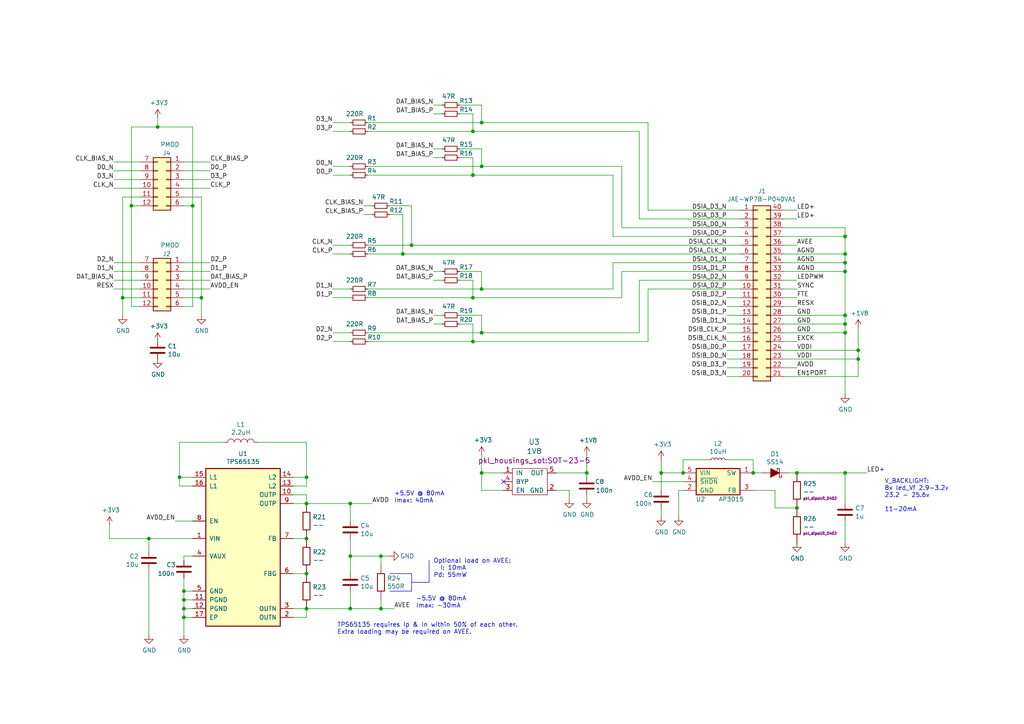
<source format=kicad_sch>
(kicad_sch (version 20230121) (generator eeschema)
  (paper "A4")
  (title_block (title "iCEBreaker PMOD - MIPI 1440x1440 display") (date "2018-11-04") (rev "V1.0a") (company "GsD") (comment 1 "2018 (C) Greg Davill<greg.davill@gmail.com>") (comment 3 "License: CC-BY-SA 4.0"))
  (lib_symbols
    (symbol "Connector_Generic:Conn_02x06_Top_Bottom" (pin_names (offset 1.016) hide)
      (property "Reference" "J" (at 1.27 7.62 0))
      (property "Value" "Conn_02x06_Top_Bottom" (at 1.27 -10.16 0))
      (symbol "Conn_02x06_Top_Bottom_1_1"
        (rectangle (start -1.27 -7.493) (end 0 -7.747) (stroke (width 0.1524)))
        (rectangle (start -1.27 -4.953) (end 0 -5.207) (stroke (width 0.1524)))
        (rectangle (start -1.27 -2.413) (end 0 -2.667) (stroke (width 0.1524)))
        (rectangle (start -1.27 0.127) (end 0 -0.127) (stroke (width 0.1524)))
        (rectangle (start -1.27 2.667) (end 0 2.413) (stroke (width 0.1524)))
        (rectangle (start -1.27 5.207) (end 0 4.953) (stroke (width 0.1524)))
        (rectangle (start -1.27 6.35) (end 3.81 -8.89) (stroke (width 0.254)) (fill (type background)))
        (rectangle (start 3.81 -7.493) (end 2.54 -7.747) (stroke (width 0.1524)))
        (rectangle (start 3.81 -4.953) (end 2.54 -5.207) (stroke (width 0.1524)))
        (rectangle (start 3.81 -2.413) (end 2.54 -2.667) (stroke (width 0.1524)))
        (rectangle (start 3.81 0.127) (end 2.54 -0.127) (stroke (width 0.1524)))
        (rectangle (start 3.81 2.667) (end 2.54 2.413) (stroke (width 0.1524)))
        (rectangle (start 3.81 5.207) (end 2.54 4.953) (stroke (width 0.1524)))
        (pin passive line (at -5.08 5.08 0) (length 3.81) (name "Pin_1") (number "1"))
        (pin passive line (at 7.62 -2.54 180) (length 3.81) (name "Pin_10") (number "10"))
        (pin passive line (at 7.62 -5.08 180) (length 3.81) (name "Pin_11") (number "11"))
        (pin passive line (at 7.62 -7.62 180) (length 3.81) (name "Pin_12") (number "12"))
        (pin passive line (at -5.08 2.54 0) (length 3.81) (name "Pin_2") (number "2"))
        (pin passive line (at -5.08 0 0) (length 3.81) (name "Pin_3") (number "3"))
        (pin passive line (at -5.08 -2.54 0) (length 3.81) (name "Pin_4") (number "4"))
        (pin passive line (at -5.08 -5.08 0) (length 3.81) (name "Pin_5") (number "5"))
        (pin passive line (at -5.08 -7.62 0) (length 3.81) (name "Pin_6") (number "6"))
        (pin passive line (at 7.62 5.08 180) (length 3.81) (name "Pin_7") (number "7"))
        (pin passive line (at 7.62 2.54 180) (length 3.81) (name "Pin_8") (number "8"))
        (pin passive line (at 7.62 0 180) (length 3.81) (name "Pin_9") (number "9"))
      )
    )
    (symbol "mipi-display-1440x1440-rescue:AP3015-pkl_misc" (pin_names (offset 1.016))
      (property "Reference" "U" (at 0 7.62 0))
      (property "Value" "pkl_misc:AP3015" (at 0 5.08 0))
      (symbol "AP3015-pkl_misc_0_1"
        (rectangle (start -6.35 3.81) (end 6.35 -3.81) (stroke (width 0.3302)) (fill (type background)))
      )
      (symbol "AP3015-pkl_misc_1_1"
        (pin input line (at 10.16 2.54 180) (length 3.81) (name "SW") (number "1"))
        (pin input line (at -10.16 -2.54 0) (length 3.81) (name "GND") (number "2"))
        (pin input line (at 10.16 -2.54 180) (length 3.81) (name "FB") (number "3"))
        (pin input line (at -10.16 0 0) (length 3.81) (name "~{SHDN}") (number "4"))
        (pin input line (at -10.16 2.54 0) (length 3.81) (name "VIN") (number "5"))
      )
    )
    (symbol "mipi-display-1440x1440-rescue:Conn_02x20_Counter_Clockwise-conn" (pin_names (offset 1.016) hide)
      (property "Reference" "J" (at 1.27 25.4 0))
      (property "Value" "conn:Conn_02x20_Counter_Clockwise" (at 1.27 -27.94 0))
      (symbol "Conn_02x20_Counter_Clockwise-conn_1_1"
        (rectangle (start -1.27 -25.273) (end 0 -25.527) (stroke (width 0.1524)))
        (rectangle (start -1.27 -22.733) (end 0 -22.987) (stroke (width 0.1524)))
        (rectangle (start -1.27 -20.193) (end 0 -20.447) (stroke (width 0.1524)))
        (rectangle (start -1.27 -17.653) (end 0 -17.907) (stroke (width 0.1524)))
        (rectangle (start -1.27 -15.113) (end 0 -15.367) (stroke (width 0.1524)))
        (rectangle (start -1.27 -12.573) (end 0 -12.827) (stroke (width 0.1524)))
        (rectangle (start -1.27 -10.033) (end 0 -10.287) (stroke (width 0.1524)))
        (rectangle (start -1.27 -7.493) (end 0 -7.747) (stroke (width 0.1524)))
        (rectangle (start -1.27 -4.953) (end 0 -5.207) (stroke (width 0.1524)))
        (rectangle (start -1.27 -2.413) (end 0 -2.667) (stroke (width 0.1524)))
        (rectangle (start -1.27 0.127) (end 0 -0.127) (stroke (width 0.1524)))
        (rectangle (start -1.27 2.667) (end 0 2.413) (stroke (width 0.1524)))
        (rectangle (start -1.27 5.207) (end 0 4.953) (stroke (width 0.1524)))
        (rectangle (start -1.27 7.747) (end 0 7.493) (stroke (width 0.1524)))
        (rectangle (start -1.27 10.287) (end 0 10.033) (stroke (width 0.1524)))
        (rectangle (start -1.27 12.827) (end 0 12.573) (stroke (width 0.1524)))
        (rectangle (start -1.27 15.367) (end 0 15.113) (stroke (width 0.1524)))
        (rectangle (start -1.27 17.907) (end 0 17.653) (stroke (width 0.1524)))
        (rectangle (start -1.27 20.447) (end 0 20.193) (stroke (width 0.1524)))
        (rectangle (start -1.27 22.987) (end 0 22.733) (stroke (width 0.1524)))
        (rectangle (start -1.27 24.13) (end 3.81 -26.67) (stroke (width 0.254)) (fill (type background)))
        (rectangle (start 3.81 -25.273) (end 2.54 -25.527) (stroke (width 0.1524)))
        (rectangle (start 3.81 -22.733) (end 2.54 -22.987) (stroke (width 0.1524)))
        (rectangle (start 3.81 -20.193) (end 2.54 -20.447) (stroke (width 0.1524)))
        (rectangle (start 3.81 -17.653) (end 2.54 -17.907) (stroke (width 0.1524)))
        (rectangle (start 3.81 -15.113) (end 2.54 -15.367) (stroke (width 0.1524)))
        (rectangle (start 3.81 -12.573) (end 2.54 -12.827) (stroke (width 0.1524)))
        (rectangle (start 3.81 -10.033) (end 2.54 -10.287) (stroke (width 0.1524)))
        (rectangle (start 3.81 -7.493) (end 2.54 -7.747) (stroke (width 0.1524)))
        (rectangle (start 3.81 -4.953) (end 2.54 -5.207) (stroke (width 0.1524)))
        (rectangle (start 3.81 -2.413) (end 2.54 -2.667) (stroke (width 0.1524)))
        (rectangle (start 3.81 0.127) (end 2.54 -0.127) (stroke (width 0.1524)))
        (rectangle (start 3.81 2.667) (end 2.54 2.413) (stroke (width 0.1524)))
        (rectangle (start 3.81 5.207) (end 2.54 4.953) (stroke (width 0.1524)))
        (rectangle (start 3.81 7.747) (end 2.54 7.493) (stroke (width 0.1524)))
        (rectangle (start 3.81 10.287) (end 2.54 10.033) (stroke (width 0.1524)))
        (rectangle (start 3.81 12.827) (end 2.54 12.573) (stroke (width 0.1524)))
        (rectangle (start 3.81 15.367) (end 2.54 15.113) (stroke (width 0.1524)))
        (rectangle (start 3.81 17.907) (end 2.54 17.653) (stroke (width 0.1524)))
        (rectangle (start 3.81 20.447) (end 2.54 20.193) (stroke (width 0.1524)))
        (rectangle (start 3.81 22.987) (end 2.54 22.733) (stroke (width 0.1524)))
        (pin passive line (at -5.08 22.86 0) (length 3.81) (name "Pin_1") (number "1"))
        (pin passive line (at -5.08 0 0) (length 3.81) (name "Pin_10") (number "10"))
        (pin passive line (at -5.08 -2.54 0) (length 3.81) (name "Pin_11") (number "11"))
        (pin passive line (at -5.08 -5.08 0) (length 3.81) (name "Pin_12") (number "12"))
        (pin passive line (at -5.08 -7.62 0) (length 3.81) (name "Pin_13") (number "13"))
        (pin passive line (at -5.08 -10.16 0) (length 3.81) (name "Pin_14") (number "14"))
        (pin passive line (at -5.08 -12.7 0) (length 3.81) (name "Pin_15") (number "15"))
        (pin passive line (at -5.08 -15.24 0) (length 3.81) (name "Pin_16") (number "16"))
        (pin passive line (at -5.08 -17.78 0) (length 3.81) (name "Pin_17") (number "17"))
        (pin passive line (at -5.08 -20.32 0) (length 3.81) (name "Pin_18") (number "18"))
        (pin passive line (at -5.08 -22.86 0) (length 3.81) (name "Pin_19") (number "19"))
        (pin passive line (at -5.08 20.32 0) (length 3.81) (name "Pin_2") (number "2"))
        (pin passive line (at -5.08 -25.4 0) (length 3.81) (name "Pin_20") (number "20"))
        (pin passive line (at 7.62 -25.4 180) (length 3.81) (name "Pin_21") (number "21"))
        (pin passive line (at 7.62 -22.86 180) (length 3.81) (name "Pin_22") (number "22"))
        (pin passive line (at 7.62 -20.32 180) (length 3.81) (name "Pin_23") (number "23"))
        (pin passive line (at 7.62 -17.78 180) (length 3.81) (name "Pin_24") (number "24"))
        (pin passive line (at 7.62 -15.24 180) (length 3.81) (name "Pin_25") (number "25"))
        (pin passive line (at 7.62 -12.7 180) (length 3.81) (name "Pin_26") (number "26"))
        (pin passive line (at 7.62 -10.16 180) (length 3.81) (name "Pin_27") (number "27"))
        (pin passive line (at 7.62 -7.62 180) (length 3.81) (name "Pin_28") (number "28"))
        (pin passive line (at 7.62 -5.08 180) (length 3.81) (name "Pin_29") (number "29"))
        (pin passive line (at -5.08 17.78 0) (length 3.81) (name "Pin_3") (number "3"))
        (pin passive line (at 7.62 -2.54 180) (length 3.81) (name "Pin_30") (number "30"))
        (pin passive line (at 7.62 0 180) (length 3.81) (name "Pin_31") (number "31"))
        (pin passive line (at 7.62 2.54 180) (length 3.81) (name "Pin_32") (number "32"))
        (pin passive line (at 7.62 5.08 180) (length 3.81) (name "Pin_33") (number "33"))
        (pin passive line (at 7.62 7.62 180) (length 3.81) (name "Pin_34") (number "34"))
        (pin passive line (at 7.62 10.16 180) (length 3.81) (name "Pin_35") (number "35"))
        (pin passive line (at 7.62 12.7 180) (length 3.81) (name "Pin_36") (number "36"))
        (pin passive line (at 7.62 15.24 180) (length 3.81) (name "Pin_37") (number "37"))
        (pin passive line (at 7.62 17.78 180) (length 3.81) (name "Pin_38") (number "38"))
        (pin passive line (at 7.62 20.32 180) (length 3.81) (name "Pin_39") (number "39"))
        (pin passive line (at -5.08 15.24 0) (length 3.81) (name "Pin_4") (number "4"))
        (pin passive line (at 7.62 22.86 180) (length 3.81) (name "Pin_40") (number "40"))
        (pin passive line (at -5.08 12.7 0) (length 3.81) (name "Pin_5") (number "5"))
        (pin passive line (at -5.08 10.16 0) (length 3.81) (name "Pin_6") (number "6"))
        (pin passive line (at -5.08 7.62 0) (length 3.81) (name "Pin_7") (number "7"))
        (pin passive line (at -5.08 5.08 0) (length 3.81) (name "Pin_8") (number "8"))
        (pin passive line (at -5.08 2.54 0) (length 3.81) (name "Pin_9") (number "9"))
      )
    )
    (symbol "mipi-display-1440x1440-rescue:D_Schottky_ALT-device" (pin_numbers hide) (pin_names (offset 1.016) hide)
      (property "Reference" "D" (at 0 2.54 0))
      (property "Value" "device:D_Schottky_ALT" (at 0 -2.54 0))
      (symbol "D_Schottky_ALT-device_0_1"
        (polyline (pts (xy 1.27 0) (xy -1.27 0)))
        (polyline (pts (xy 1.27 1.27) (xy 1.27 -1.27) (xy -1.27 0) (xy 1.27 1.27)) (stroke (width 0.2032)) (fill (type outline)))
        (polyline (pts (xy -1.905 0.635) (xy -1.905 1.27) (xy -1.27 1.27) (xy -1.27 -1.27) (xy -0.635 -1.27) (xy -0.635 -0.635)) (stroke (width 0.2032)))
      )
      (symbol "D_Schottky_ALT-device_1_1"
        (pin passive line (at -3.81 0 0) (length 2.54) (name "K") (number "1"))
        (pin passive line (at 3.81 0 180) (length 2.54) (name "A") (number "2"))
      )
    )
    (symbol "mipi-display-1440x1440-rescue:TPS65135-pkl_texas" (pin_names (offset 1.016))
      (property "Reference" "U" (at 0 24.13 0))
      (property "Value" "pkl_texas:TPS65135" (at 0 21.59 0))
      (symbol "TPS65135-pkl_texas_0_1"
        (rectangle (start -11.43 20.32) (end 10.16 -25.4) (stroke (width 0.3302)) (fill (type background)))
      )
      (symbol "TPS65135-pkl_texas_1_1"
        (pin input line (at -15.24 0 0) (length 3.81) (name "VIN") (number "1"))
        (pin input line (at 13.97 12.7 180) (length 3.81) (name "OUTP") (number "10"))
        (pin input line (at -15.24 -17.78 0) (length 3.81) (name "PGND") (number "11"))
        (pin input line (at -15.24 -20.32 0) (length 3.81) (name "PGND") (number "12"))
        (pin input line (at 13.97 15.24 180) (length 3.81) (name "L2") (number "13"))
        (pin input line (at 13.97 17.78 180) (length 3.81) (name "L2") (number "14"))
        (pin input line (at -15.24 17.78 0) (length 3.81) (name "L1") (number "15"))
        (pin input line (at -15.24 15.24 0) (length 3.81) (name "L1") (number "16"))
        (pin input line (at -15.24 -22.86 0) (length 3.81) (name "EP") (number "17"))
        (pin input line (at 13.97 -22.86 180) (length 3.81) (name "OUTN") (number "2"))
        (pin input line (at 13.97 -20.32 180) (length 3.81) (name "OUTN") (number "3"))
        (pin input line (at -15.24 -5.08 0) (length 3.81) (name "VAUX") (number "4"))
        (pin input line (at -15.24 -15.24 0) (length 3.81) (name "GND") (number "5"))
        (pin input line (at 13.97 -10.16 180) (length 3.81) (name "FBG") (number "6"))
        (pin input line (at 13.97 0 180) (length 3.81) (name "FB") (number "7"))
        (pin input line (at -15.24 5.08 0) (length 3.81) (name "EN") (number "8"))
        (pin input line (at 13.97 10.16 180) (length 3.81) (name "OUTP") (number "9"))
      )
    )
    (symbol "mipi-display-1440x1440-rescue:pkl_C-pkl_device" (pin_numbers hide) (pin_names (offset 0.254))
      (property "Reference" "C" (at 0.635 2.54 0))
      (property "Value" "pkl_device:pkl_C" (at 0.635 -2.54 0))
      (symbol "pkl_C-pkl_device_0_1"
        (polyline (pts (xy -2.032 -0.762) (xy 2.032 -0.762)) (stroke (width 0.508)))
        (polyline (pts (xy -2.032 0.762) (xy 2.032 0.762)) (stroke (width 0.508)))
      )
      (symbol "pkl_C-pkl_device_1_1"
        (pin passive line (at 0 2.54 270) (length 1.524) (name "~") (number "1"))
        (pin passive line (at 0 -2.54 90) (length 1.524) (name "~") (number "2"))
      )
    )
    (symbol "mipi-display-1440x1440-rescue:pkl_L-pkl_device" (pin_numbers hide) (pin_names (offset 1.016) hide)
      (property "Reference" "L" (at -1.27 0 90))
      (property "Value" "pkl_device:pkl_L" (at 2.54 0 90))
      (symbol "pkl_L-pkl_device_0_1"
        (arc (start 0 -3.81) (mid 0.9484 -2.8575) (end 0 -1.905))
        (arc (start 0 -1.905) (mid 0.9484 -0.9525) (end 0 0))
        (arc (start 0 0) (mid 0.9484 0.9525) (end 0 1.905))
        (arc (start 0 1.905) (mid 0.9484 2.8575) (end 0 3.81))
      )
      (symbol "pkl_L-pkl_device_1_1"
        (pin passive line (at 0 5.08 270) (length 1.27) (name "1") (number "1"))
        (pin passive line (at 0 -5.08 90) (length 1.27) (name "2") (number "2"))
      )
    )
    (symbol "mipi-display-1440x1440-rescue:pkl_L_Small-pkl_device" (pin_numbers hide) (pin_names (offset 0) hide)
      (property "Reference" "L" (at 1.524 1.27 0))
      (property "Value" "pkl_device:pkl_L_Small" (at 1.524 -1.27 0))
      (symbol "pkl_L_Small-pkl_device_0_1"
        (arc (start 0 -2.032) (mid 0.5058 -1.524) (end 0 -1.016))
        (arc (start 0 -1.016) (mid 0.5058 -0.508) (end 0 0))
        (arc (start 0 0) (mid 0.5058 0.508) (end 0 1.016))
        (arc (start 0 1.016) (mid 0.5058 1.524) (end 0 2.032))
      )
      (symbol "pkl_L_Small-pkl_device_1_1"
        (pin input line (at 0 -2.54 90) (length 0.508) (name "1") (number "1"))
        (pin input line (at 0 2.54 270) (length 0.508) (name "2") (number "2"))
      )
    )
    (symbol "mipi-display-1440x1440-rescue:pkl_R-pkl_device" (pin_numbers hide) (pin_names (offset 0))
      (property "Reference" "R" (at 2.032 0 90))
      (property "Value" "pkl_device:pkl_R" (at 0 0 90))
      (symbol "pkl_R-pkl_device_0_1"
        (rectangle (start -1.016 -2.54) (end 1.016 2.54) (stroke (width 0.254)))
      )
      (symbol "pkl_R-pkl_device_1_1"
        (pin passive line (at 0 5.08 270) (length 2.54) (name "~") (number "1"))
        (pin passive line (at 0 -5.08 90) (length 2.54) (name "~") (number "2"))
      )
    )
    (symbol "mipi-display-1440x1440-rescue:pkl_R_Small-pkl_device" (pin_numbers hide) (pin_names (offset 0.254) hide)
      (property "Reference" "R" (at 0.762 0.508 0))
      (property "Value" "pkl_device:pkl_R_Small" (at 0.762 -1.016 0))
      (symbol "pkl_R_Small-pkl_device_0_1"
        (rectangle (start -0.762 1.778) (end 0.762 -1.778) (stroke (width 0.2032)))
      )
      (symbol "pkl_R_Small-pkl_device_1_1"
        (pin passive line (at 0 2.54 270) (length 0.762) (name "~") (number "1"))
        (pin passive line (at 0 -2.54 90) (length 0.762) (name "~") (number "2"))
      )
    )
    (symbol "mipi-display-1440x1440-rescue:pkl_VREG_5PIN_FIXED-pkl_device" (pin_names (offset 1.016))
      (property "Reference" "U" (at -3.81 -5.08 0))
      (property "Value" "pkl_device:pkl_VREG_5PIN_FIXED" (at 0 5.08 0))
      (symbol "pkl_VREG_5PIN_FIXED-pkl_device_0_1"
        (rectangle (start -5.08 3.81) (end 5.08 -3.81))
      )
      (symbol "pkl_VREG_5PIN_FIXED-pkl_device_1_1"
        (pin power_in line (at -7.62 2.54 0) (length 2.54) (name "IN") (number "1"))
        (pin power_in line (at 7.62 -2.54 180) (length 2.54) (name "GND") (number "2"))
        (pin input line (at -7.62 -2.54 0) (length 2.54) (name "EN") (number "3"))
        (pin power_out line (at -7.62 0 0) (length 2.54) (name "BYP") (number "4"))
        (pin power_out line (at 7.62 2.54 180) (length 2.54) (name "OUT") (number "5"))
      )
    )
    (symbol "power:+1V8" (power) (pin_names (offset 0))
      (property "Value" "+1V8" (at 0 3.556 0))
      (symbol "+1V8_0_1"
        (polyline (pts (xy -0.762 1.27) (xy 0 2.54)))
        (polyline (pts (xy 0 0) (xy 0 2.54)))
        (polyline (pts (xy 0 2.54) (xy 0.762 1.27)))
      )
      (symbol "+1V8_1_1"
        (pin power_in line (at 0 0 90) (length 0) hide (name "+1V8") (number "1"))
      )
    )
    (symbol "power:+3V3" (power) (pin_names (offset 0))
      (property "Value" "+3V3" (at 0 3.556 0))
      (symbol "+3V3_0_1"
        (polyline (pts (xy -0.762 1.27) (xy 0 2.54)))
        (polyline (pts (xy 0 0) (xy 0 2.54)))
        (polyline (pts (xy 0 2.54) (xy 0.762 1.27)))
      )
      (symbol "+3V3_1_1"
        (pin power_in line (at 0 0 90) (length 0) hide (name "+3V3") (number "1"))
      )
    )
    (symbol "power:GND" (power) (pin_names (offset 0))
      (property "Value" "GND" (at 0 -3.81 0))
      (symbol "GND_0_1"
        (polyline (pts (xy 0 0) (xy 0 -1.27) (xy 1.27 -1.27) (xy 0 -2.54) (xy -1.27 -1.27) (xy 0 -1.27)))
      )
      (symbol "GND_1_1"
        (pin power_in line (at 0 0 270) (length 0) hide (name "GND") (number "1"))
      )
    )
  )
  (junction (at 101.6 146.05))
  (junction (at 55.88 59.69))
  (junction (at 245.11 93.98))
  (junction (at 88.9 166.37))
  (junction (at 139.7 48.26))
  (junction (at 53.34 171.45))
  (junction (at 245.11 68.58))
  (junction (at 101.6 176.53))
  (junction (at 170.18 137.16))
  (junction (at 137.16 99.06))
  (junction (at 245.11 78.74))
  (junction (at 88.9 156.21))
  (junction (at 119.38 71.12))
  (junction (at 198.12 137.16))
  (junction (at 231.14 147.32))
  (junction (at 245.11 137.16))
  (junction (at 110.49 176.53))
  (junction (at 116.84 73.66))
  (junction (at 35.56 86.36))
  (junction (at 38.1 59.69))
  (junction (at 245.11 96.52))
  (junction (at 231.14 137.16))
  (junction (at 191.77 137.16))
  (junction (at 58.42 86.36))
  (junction (at 53.34 173.99))
  (junction (at 101.6 161.29))
  (junction (at 88.9 138.43))
  (junction (at 52.07 138.43))
  (junction (at 139.7 35.56))
  (junction (at 218.44 137.16))
  (junction (at 139.7 137.16))
  (junction (at 248.92 104.14))
  (junction (at 137.16 50.8))
  (junction (at 245.11 73.66))
  (junction (at 110.49 161.29))
  (junction (at 43.18 156.21))
  (junction (at 245.11 76.2))
  (junction (at 137.16 86.36))
  (junction (at 53.34 179.07))
  (junction (at 248.92 101.6))
  (junction (at 88.9 176.53))
  (junction (at 45.72 36.83))
  (junction (at 139.7 83.82))
  (junction (at 53.34 176.53))
  (junction (at 139.7 96.52))
  (junction (at 137.16 38.1))
  (junction (at 88.9 146.05))
  (junction (at 245.11 91.44))
  (no_connect (at 146.05 139.7))
  (wire (pts (xy 128.27 33.02) (xy 125.73 33.02)))
  (wire (pts (xy 187.96 60.96) (xy 214.63 60.96)))
  (wire (pts (xy 35.56 86.36) (xy 35.56 91.44)))
  (polyline (pts (xy 119.38 166.37) (xy 119.38 171.45)))
  (wire (pts (xy 187.96 35.56) (xy 187.96 60.96)))
  (wire (pts (xy 107.95 59.69) (xy 105.41 59.69)))
  (wire (pts (xy 180.34 78.74) (xy 214.63 78.74)))
  (wire (pts (xy 137.16 38.1) (xy 185.42 38.1)))
  (wire (pts (xy 245.11 157.48) (xy 245.11 151.13)))
  (wire (pts (xy 85.09 156.21) (xy 88.9 156.21)))
  (polyline (pts (xy 119.38 168.91) (xy 124.46 168.91)))
  (wire (pts (xy 214.63 109.22) (xy 210.82 109.22)))
  (wire (pts (xy 139.7 91.44) (xy 139.7 96.52)))
  (wire (pts (xy 53.34 46.99) (xy 60.96 46.99)))
  (wire (pts (xy 245.11 96.52) (xy 245.11 114.3)))
  (wire (pts (xy 214.63 99.06) (xy 210.82 99.06)))
  (polyline (pts (xy 119.38 166.37) (xy 113.03 166.37)))
  (wire (pts (xy 53.34 59.69) (xy 55.88 59.69)))
  (wire (pts (xy 110.49 161.29) (xy 113.03 161.29)))
  (wire (pts (xy 218.44 137.16) (xy 220.98 137.16)))
  (wire (pts (xy 185.42 96.52) (xy 185.42 81.28)))
  (wire (pts (xy 53.34 52.07) (xy 60.96 52.07)))
  (wire (pts (xy 214.63 106.68) (xy 210.82 106.68)))
  (wire (pts (xy 185.42 96.52) (xy 139.7 96.52)))
  (wire (pts (xy 214.63 91.44) (xy 210.82 91.44)))
  (wire (pts (xy 128.27 91.44) (xy 125.73 91.44)))
  (wire (pts (xy 227.33 109.22) (xy 248.92 109.22)))
  (wire (pts (xy 128.27 43.18) (xy 125.73 43.18)))
  (wire (pts (xy 198.12 142.24) (xy 196.85 142.24)))
  (wire (pts (xy 227.33 93.98) (xy 245.11 93.98)))
  (wire (pts (xy 31.75 156.21) (xy 31.75 152.4)))
  (wire (pts (xy 88.9 176.53) (xy 101.6 176.53)))
  (wire (pts (xy 128.27 45.72) (xy 125.73 45.72)))
  (wire (pts (xy 133.35 81.28) (xy 137.16 81.28)))
  (wire (pts (xy 227.33 86.36) (xy 231.14 86.36)))
  (wire (pts (xy 40.64 54.61) (xy 33.02 54.61)))
  (wire (pts (xy 245.11 93.98) (xy 245.11 96.52)))
  (wire (pts (xy 88.9 143.51) (xy 88.9 146.05)))
  (wire (pts (xy 133.35 43.18) (xy 139.7 43.18)))
  (wire (pts (xy 101.6 166.37) (xy 101.6 161.29)))
  (wire (pts (xy 53.34 167.64) (xy 53.34 171.45)))
  (wire (pts (xy 106.68 96.52) (xy 139.7 96.52)))
  (wire (pts (xy 55.88 173.99) (xy 53.34 173.99)))
  (wire (pts (xy 116.84 62.23) (xy 116.84 73.66)))
  (wire (pts (xy 106.68 86.36) (xy 137.16 86.36)))
  (wire (pts (xy 137.16 93.98) (xy 137.16 99.06)))
  (wire (pts (xy 227.33 96.52) (xy 245.11 96.52)))
  (wire (pts (xy 231.14 137.16) (xy 245.11 137.16)))
  (wire (pts (xy 53.34 176.53) (xy 53.34 179.07)))
  (wire (pts (xy 227.33 83.82) (xy 231.14 83.82)))
  (wire (pts (xy 137.16 81.28) (xy 137.16 86.36)))
  (wire (pts (xy 85.09 176.53) (xy 88.9 176.53)))
  (wire (pts (xy 218.44 133.35) (xy 218.44 137.16)))
  (wire (pts (xy 214.63 104.14) (xy 210.82 104.14)))
  (wire (pts (xy 40.64 83.82) (xy 33.02 83.82)))
  (wire (pts (xy 133.35 30.48) (xy 139.7 30.48)))
  (wire (pts (xy 58.42 86.36) (xy 58.42 91.44)))
  (wire (pts (xy 137.16 99.06) (xy 187.96 99.06)))
  (wire (pts (xy 113.03 59.69) (xy 119.38 59.69)))
  (wire (pts (xy 128.27 81.28) (xy 125.73 81.28)))
  (wire (pts (xy 101.6 73.66) (xy 96.52 73.66)))
  (wire (pts (xy 38.1 36.83) (xy 38.1 59.69)))
  (wire (pts (xy 198.12 137.16) (xy 198.12 133.35)))
  (wire (pts (xy 227.33 78.74) (xy 245.11 78.74)))
  (wire (pts (xy 245.11 78.74) (xy 245.11 91.44)))
  (wire (pts (xy 45.72 36.83) (xy 38.1 36.83)))
  (wire (pts (xy 137.16 86.36) (xy 180.34 86.36)))
  (wire (pts (xy 214.63 101.6) (xy 210.82 101.6)))
  (wire (pts (xy 101.6 96.52) (xy 96.52 96.52)))
  (wire (pts (xy 128.27 30.48) (xy 125.73 30.48)))
  (wire (pts (xy 180.34 48.26) (xy 180.34 66.04)))
  (wire (pts (xy 196.85 142.24) (xy 196.85 149.86)))
  (wire (pts (xy 113.03 62.23) (xy 116.84 62.23)))
  (wire (pts (xy 177.8 76.2) (xy 177.8 83.82)))
  (wire (pts (xy 133.35 78.74) (xy 139.7 78.74)))
  (wire (pts (xy 40.64 78.74) (xy 33.02 78.74)))
  (wire (pts (xy 101.6 86.36) (xy 96.52 86.36)))
  (wire (pts (xy 227.33 99.06) (xy 231.14 99.06)))
  (wire (pts (xy 227.33 68.58) (xy 245.11 68.58)))
  (wire (pts (xy 40.64 81.28) (xy 33.02 81.28)))
  (wire (pts (xy 198.12 137.16) (xy 191.77 137.16)))
  (wire (pts (xy 227.33 60.96) (xy 231.14 60.96)))
  (wire (pts (xy 101.6 161.29) (xy 101.6 156.21)))
  (wire (pts (xy 43.18 156.21) (xy 31.75 156.21)))
  (polyline (pts (xy 124.46 168.91) (xy 124.46 162.56)))
  (wire (pts (xy 214.63 96.52) (xy 210.82 96.52)))
  (wire (pts (xy 88.9 146.05) (xy 101.6 146.05)))
  (wire (pts (xy 161.29 137.16) (xy 170.18 137.16)))
  (wire (pts (xy 227.33 76.2) (xy 245.11 76.2)))
  (wire (pts (xy 245.11 137.16) (xy 251.46 137.16)))
  (wire (pts (xy 88.9 138.43) (xy 88.9 140.97)))
  (wire (pts (xy 106.68 73.66) (xy 116.84 73.66)))
  (wire (pts (xy 227.33 106.68) (xy 231.14 106.68)))
  (wire (pts (xy 53.34 81.28) (xy 60.96 81.28)))
  (wire (pts (xy 45.72 34.29) (xy 45.72 36.83)))
  (wire (pts (xy 53.34 179.07) (xy 53.34 184.15)))
  (wire (pts (xy 107.95 62.23) (xy 105.41 62.23)))
  (wire (pts (xy 88.9 179.07) (xy 88.9 176.53)))
  (wire (pts (xy 43.18 165.1) (xy 43.18 184.15)))
  (wire (pts (xy 191.77 147.32) (xy 191.77 149.86)))
  (wire (pts (xy 40.64 76.2) (xy 33.02 76.2)))
  (wire (pts (xy 185.42 63.5) (xy 214.63 63.5)))
  (wire (pts (xy 40.64 88.9) (xy 38.1 88.9)))
  (wire (pts (xy 106.68 50.8) (xy 137.16 50.8)))
  (wire (pts (xy 101.6 146.05) (xy 107.95 146.05)))
  (wire (pts (xy 133.35 91.44) (xy 139.7 91.44)))
  (wire (pts (xy 40.64 59.69) (xy 38.1 59.69)))
  (wire (pts (xy 101.6 35.56) (xy 96.52 35.56)))
  (wire (pts (xy 248.92 104.14) (xy 248.92 101.6)))
  (wire (pts (xy 191.77 137.16) (xy 191.77 142.24)))
  (wire (pts (xy 116.84 73.66) (xy 214.63 73.66)))
  (wire (pts (xy 101.6 176.53) (xy 101.6 171.45)))
  (wire (pts (xy 146.05 142.24) (xy 139.7 142.24)))
  (wire (pts (xy 101.6 176.53) (xy 110.49 176.53)))
  (wire (pts (xy 133.35 33.02) (xy 137.16 33.02)))
  (wire (pts (xy 185.42 81.28) (xy 214.63 81.28)))
  (wire (pts (xy 55.88 138.43) (xy 52.07 138.43)))
  (wire (pts (xy 227.33 73.66) (xy 245.11 73.66)))
  (wire (pts (xy 110.49 163.83) (xy 110.49 161.29)))
  (wire (pts (xy 101.6 50.8) (xy 96.52 50.8)))
  (wire (pts (xy 40.64 86.36) (xy 35.56 86.36)))
  (wire (pts (xy 55.88 88.9) (xy 55.88 59.69)))
  (wire (pts (xy 139.7 48.26) (xy 180.34 48.26)))
  (wire (pts (xy 53.34 54.61) (xy 60.96 54.61)))
  (wire (pts (xy 128.27 93.98) (xy 125.73 93.98)))
  (wire (pts (xy 53.34 88.9) (xy 55.88 88.9)))
  (wire (pts (xy 170.18 143.51) (xy 170.18 144.78)))
  (wire (pts (xy 139.7 35.56) (xy 187.96 35.56)))
  (wire (pts (xy 139.7 78.74) (xy 139.7 83.82)))
  (wire (pts (xy 245.11 91.44) (xy 245.11 93.98)))
  (wire (pts (xy 40.64 49.53) (xy 33.02 49.53)))
  (wire (pts (xy 110.49 176.53) (xy 114.3 176.53)))
  (wire (pts (xy 58.42 57.15) (xy 58.42 86.36)))
  (wire (pts (xy 139.7 137.16) (xy 139.7 132.08)))
  (wire (pts (xy 101.6 71.12) (xy 96.52 71.12)))
  (wire (pts (xy 177.8 68.58) (xy 214.63 68.58)))
  (wire (pts (xy 101.6 38.1) (xy 96.52 38.1)))
  (wire (pts (xy 119.38 59.69) (xy 119.38 71.12)))
  (wire (pts (xy 38.1 88.9) (xy 38.1 59.69)))
  (wire (pts (xy 227.33 88.9) (xy 231.14 88.9)))
  (polyline (pts (xy 119.38 171.45) (xy 113.03 171.45)))
  (wire (pts (xy 43.18 156.21) (xy 43.18 160.02)))
  (wire (pts (xy 106.68 38.1) (xy 137.16 38.1)))
  (wire (pts (xy 227.33 104.14) (xy 248.92 104.14)))
  (wire (pts (xy 88.9 128.27) (xy 88.9 138.43)))
  (wire (pts (xy 227.33 66.04) (xy 245.11 66.04)))
  (wire (pts (xy 245.11 68.58) (xy 245.11 73.66)))
  (wire (pts (xy 227.33 81.28) (xy 231.14 81.28)))
  (wire (pts (xy 53.34 76.2) (xy 60.96 76.2)))
  (wire (pts (xy 74.93 128.27) (xy 88.9 128.27)))
  (wire (pts (xy 55.88 36.83) (xy 55.88 59.69)))
  (wire (pts (xy 85.09 138.43) (xy 88.9 138.43)))
  (wire (pts (xy 227.33 71.12) (xy 231.14 71.12)))
  (wire (pts (xy 248.92 101.6) (xy 248.92 95.25)))
  (wire (pts (xy 228.6 137.16) (xy 231.14 137.16)))
  (wire (pts (xy 53.34 171.45) (xy 53.34 173.99)))
  (wire (pts (xy 185.42 63.5) (xy 185.42 38.1)))
  (wire (pts (xy 106.68 48.26) (xy 139.7 48.26)))
  (wire (pts (xy 55.88 151.13) (xy 50.8 151.13)))
  (wire (pts (xy 53.34 57.15) (xy 58.42 57.15)))
  (wire (pts (xy 137.16 45.72) (xy 137.16 50.8)))
  (wire (pts (xy 106.68 99.06) (xy 137.16 99.06)))
  (wire (pts (xy 52.07 128.27) (xy 64.77 128.27)))
  (wire (pts (xy 128.27 78.74) (xy 125.73 78.74)))
  (wire (pts (xy 52.07 140.97) (xy 52.07 138.43)))
  (wire (pts (xy 170.18 137.16) (xy 170.18 132.08)))
  (wire (pts (xy 40.64 52.07) (xy 33.02 52.07)))
  (wire (pts (xy 85.09 146.05) (xy 88.9 146.05)))
  (wire (pts (xy 85.09 179.07) (xy 88.9 179.07)))
  (wire (pts (xy 106.68 71.12) (xy 119.38 71.12)))
  (wire (pts (xy 214.63 86.36) (xy 210.82 86.36)))
  (wire (pts (xy 187.96 83.82) (xy 214.63 83.82)))
  (wire (pts (xy 170.18 138.43) (xy 170.18 137.16)))
  (wire (pts (xy 53.34 78.74) (xy 60.96 78.74)))
  (wire (pts (xy 187.96 83.82) (xy 187.96 99.06)))
  (wire (pts (xy 53.34 49.53) (xy 60.96 49.53)))
  (wire (pts (xy 101.6 161.29) (xy 110.49 161.29)))
  (wire (pts (xy 55.88 176.53) (xy 53.34 176.53)))
  (wire (pts (xy 85.09 143.51) (xy 88.9 143.51)))
  (wire (pts (xy 177.8 68.58) (xy 177.8 50.8)))
  (wire (pts (xy 245.11 146.05) (xy 245.11 137.16)))
  (wire (pts (xy 55.88 179.07) (xy 53.34 179.07)))
  (wire (pts (xy 53.34 86.36) (xy 58.42 86.36)))
  (wire (pts (xy 146.05 137.16) (xy 139.7 137.16)))
  (wire (pts (xy 139.7 83.82) (xy 177.8 83.82)))
  (wire (pts (xy 110.49 173.99) (xy 110.49 176.53)))
  (wire (pts (xy 106.68 35.56) (xy 139.7 35.56)))
  (wire (pts (xy 245.11 76.2) (xy 245.11 78.74)))
  (wire (pts (xy 53.34 161.29) (xy 55.88 161.29)))
  (wire (pts (xy 53.34 173.99) (xy 53.34 176.53)))
  (wire (pts (xy 227.33 63.5) (xy 231.14 63.5)))
  (wire (pts (xy 180.34 66.04) (xy 214.63 66.04)))
  (wire (pts (xy 227.33 101.6) (xy 248.92 101.6)))
  (wire (pts (xy 177.8 76.2) (xy 214.63 76.2)))
  (wire (pts (xy 133.35 93.98) (xy 137.16 93.98)))
  (wire (pts (xy 248.92 109.22) (xy 248.92 104.14)))
  (wire (pts (xy 139.7 142.24) (xy 139.7 137.16)))
  (wire (pts (xy 133.35 45.72) (xy 137.16 45.72)))
  (wire (pts (xy 227.33 91.44) (xy 245.11 91.44)))
  (wire (pts (xy 55.88 36.83) (xy 45.72 36.83)))
  (wire (pts (xy 245.11 66.04) (xy 245.11 68.58)))
  (wire (pts (xy 214.63 93.98) (xy 210.82 93.98)))
  (wire (pts (xy 119.38 71.12) (xy 214.63 71.12)))
  (wire (pts (xy 210.82 133.35) (xy 218.44 133.35)))
  (wire (pts (xy 198.12 139.7) (xy 189.23 139.7)))
  (wire (pts (xy 137.16 50.8) (xy 177.8 50.8)))
  (wire (pts (xy 101.6 83.82) (xy 96.52 83.82)))
  (wire (pts (xy 101.6 48.26) (xy 96.52 48.26)))
  (wire (pts (xy 245.11 73.66) (xy 245.11 76.2)))
  (wire (pts (xy 53.34 83.82) (xy 60.96 83.82)))
  (wire (pts (xy 85.09 166.37) (xy 88.9 166.37)))
  (wire (pts (xy 224.79 142.24) (xy 218.44 142.24)))
  (wire (pts (xy 137.16 33.02) (xy 137.16 38.1)))
  (wire (pts (xy 165.1 142.24) (xy 165.1 144.78)))
  (wire (pts (xy 198.12 133.35) (xy 205.74 133.35)))
  (wire (pts (xy 52.07 138.43) (xy 52.07 128.27)))
  (wire (pts (xy 214.63 88.9) (xy 210.82 88.9)))
  (wire (pts (xy 106.68 83.82) (xy 139.7 83.82)))
  (wire (pts (xy 43.18 156.21) (xy 55.88 156.21)))
  (wire (pts (xy 180.34 86.36) (xy 180.34 78.74)))
  (wire (pts (xy 139.7 30.48) (xy 139.7 35.56)))
  (wire (pts (xy 55.88 140.97) (xy 52.07 140.97)))
  (wire (pts (xy 191.77 137.16) (xy 191.77 133.35)))
  (wire (pts (xy 88.9 140.97) (xy 85.09 140.97)))
  (wire (pts (xy 35.56 57.15) (xy 35.56 86.36)))
  (wire (pts (xy 161.29 142.24) (xy 165.1 142.24)))
  (wire (pts (xy 231.14 147.32) (xy 224.79 147.32)))
  (wire (pts (xy 53.34 162.56) (xy 53.34 161.29)))
  (wire (pts (xy 224.79 147.32) (xy 224.79 142.24)))
  (wire (pts (xy 101.6 151.13) (xy 101.6 146.05)))
  (wire (pts (xy 40.64 57.15) (xy 35.56 57.15)))
  (wire (pts (xy 139.7 43.18) (xy 139.7 48.26)))
  (wire (pts (xy 40.64 46.99) (xy 33.02 46.99)))
  (wire (pts (xy 101.6 99.06) (xy 96.52 99.06)))
  (wire (pts (xy 55.88 171.45) (xy 53.34 171.45)))
  (text "TPS65135 requires Ip & In within 50% of each other.\nExtra loading may be required on AVEE." (at 97.79 184.15 0) (effects (font (size 1.27 1.27)) (justify left bottom)))
  (text "V_BACKLIGHT:\n8x led_Vf 2.9-3.2v\n23.2 - 25.6v\n\n11-20mA\n" (at 256.54 148.59 0) (effects (font (size 1.27 1.27)) (justify left bottom)))
  (text "+5.5V @ 80mA\nImax: 40mA" (at 114.3 146.05 0) (effects (font (size 1.27 1.27)) (justify left bottom)))
  (text "-5.5V @ 80mA\nImax: -30mA" (at 120.65 176.53 0) (effects (font (size 1.27 1.27)) (justify left bottom)))
  (text "Optional load on AVEE: \n  I: 10mA\nPd: 55mW" (at 125.73 167.64 0) (effects (font (size 1.27 1.27)) (justify left bottom)))
  (label "FTE" (at 231.14 86.36 0))
  (label "LED+" (at 231.14 60.96 0))
  (label "EXCK" (at 231.14 99.06 0))
  (label "DSIB_D1_N" (at 210.82 93.98 180))
  (label "D1_P" (at 96.52 86.36 180))
  (label "DSIA_D0_P" (at 210.82 68.58 180))
  (label "DSIA_CLK_P" (at 210.82 73.66 180))
  (label "DSIB_D3_N" (at 210.82 109.22 180))
  (label "DAT_BIAS_N" (at 125.73 30.48 180))
  (label "CLK_P" (at 96.52 73.66 180))
  (label "DAT_BIAS_P" (at 125.73 93.98 180))
  (label "DSIB_CLK_N" (at 210.82 99.06 180))
  (label "GND" (at 231.14 91.44 0))
  (label "AVEE" (at 231.14 71.12 0))
  (label "CLK_BIAS_N" (at 105.41 59.69 180))
  (label "GND" (at 231.14 96.52 0))
  (label "AVDD_EN" (at 60.96 83.82 0))
  (label "D2_N" (at 96.52 96.52 180))
  (label "CLK_BIAS_P" (at 60.96 46.99 0))
  (label "DSIA_D3_N" (at 210.82 60.96 180))
  (label "DSIA_D2_P" (at 210.82 83.82 180))
  (label "DSIA_D3_P" (at 210.82 63.5 180))
  (label "DSIA_D1_N" (at 210.82 76.2 180))
  (label "DSIA_D2_N" (at 210.82 81.28 180))
  (label "D3_N" (at 96.52 35.56 180))
  (label "D3_P" (at 96.52 38.1 180))
  (label "D3_P" (at 60.96 52.07 0))
  (label "AVDD_EN" (at 189.23 139.7 180))
  (label "DAT_BIAS_P" (at 125.73 33.02 180))
  (label "CLK_N" (at 33.02 54.61 180))
  (label "AGND" (at 231.14 73.66 0))
  (label "DSIB_D3_P" (at 210.82 106.68 180))
  (label "EN1PORT" (at 231.14 109.22 0))
  (label "AVDD_EN" (at 50.8 151.13 180))
  (label "DAT_BIAS_N" (at 125.73 78.74 180))
  (label "D2_P" (at 96.52 99.06 180))
  (label "RESX" (at 231.14 88.9 0))
  (label "CLK_N" (at 96.52 71.12 180))
  (label "DAT_BIAS_P" (at 60.96 81.28 0))
  (label "GND" (at 231.14 93.98 0))
  (label "DAT_BIAS_N" (at 125.73 91.44 180))
  (label "DSIB_CLK_P" (at 210.82 96.52 180))
  (label "D1_N" (at 96.52 83.82 180))
  (label "RESX" (at 33.02 83.82 180))
  (label "DSIB_D2_N" (at 210.82 88.9 180))
  (label "AGND" (at 231.14 76.2 0))
  (label "DSIB_D0_P" (at 210.82 101.6 180))
  (label "D2_P" (at 60.96 76.2 0))
  (label "SYNC" (at 231.14 83.82 0))
  (label "D0_N" (at 33.02 49.53 180))
  (label "DAT_BIAS_N" (at 33.02 81.28 180))
  (label "AVEE" (at 114.3 176.53 0))
  (label "LED+" (at 251.46 137.16 0))
  (label "DSIA_CLK_N" (at 210.82 71.12 180))
  (label "DSIB_D2_P" (at 210.82 86.36 180))
  (label "AVDD" (at 107.95 146.05 0))
  (label "DSIA_D1_P" (at 210.82 78.74 180))
  (label "CLK_P" (at 60.96 54.61 0))
  (label "DSIB_D0_N" (at 210.82 104.14 180))
  (label "D3_N" (at 33.02 52.07 180))
  (label "D1_P" (at 60.96 78.74 0))
  (label "AVDD" (at 231.14 106.68 0))
  (label "DAT_BIAS_N" (at 125.73 43.18 180))
  (label "AGND" (at 231.14 78.74 0))
  (label "D1_N" (at 33.02 78.74 180))
  (label "D0_P" (at 60.96 49.53 0))
  (label "CLK_BIAS_P" (at 105.41 62.23 180))
  (label "DAT_BIAS_P" (at 125.73 81.28 180))
  (label "VDDI" (at 231.14 104.14 0))
  (label "D0_N" (at 96.52 48.26 180))
  (label "VDDI" (at 231.14 101.6 0))
  (label "DAT_BIAS_P" (at 125.73 45.72 180))
  (label "DSIB_D1_P" (at 210.82 91.44 180))
  (label "CLK_BIAS_N" (at 33.02 46.99 180))
  (label "DSIA_D0_N" (at 210.82 66.04 180))
  (label "LED+" (at 231.14 63.5 0))
  (label "LEDPWM" (at 231.14 81.28 0))
  (label "D2_N" (at 33.02 76.2 180))
  (label "D0_P" (at 96.52 50.8 180))
  (symbol (lib_id "Connector_Generic:Conn_02x06_Top_Bottom") (at 48.26 81.28 0) (mirror y) (unit 1)
    (property "Reference" "J2" (at 49.53 73.66 0) (effects (justify left)))
    (property "Value" "PMOD" (at 52.07 71.12 0) (effects (justify left)))
    (property "Footprint" "pkl_connectors:PMODHeader_2x06_P2.54mm_Horizontal" (effects hide))
    (property "Source" "ANY" (effects hide))
  )
  (symbol (lib_id "power:GND") (at 58.42 91.44 0) (unit 1)
    (property "Reference" "#PWR0105" (effects hide))
    (property "Value" "GND" (at 58.547 95.9104 0))
  )
  (symbol (lib_id "power:GND") (at 35.56 91.44 0) (unit 1)
    (property "Reference" "#PWR0106" (effects hide))
    (property "Value" "GND" (at 35.687 95.9104 0))
  )
  (symbol (lib_id "Connector_Generic:Conn_02x06_Top_Bottom") (at 48.26 52.07 0) (mirror y) (unit 1)
    (property "Reference" "J4" (at 49.53 44.45 0) (effects (justify left)))
    (property "Value" "PMOD" (at 52.07 41.91 0) (effects (justify left)))
    (property "Footprint" "pkl_connectors:PMODHeader_2x06_P2.54mm_Horizontal" (effects hide))
    (property "Source" "ANY" (effects hide))
  )
  (symbol (lib_id "power:+3V3") (at 45.72 34.29 0) (unit 1)
    (property "Reference" "#PWR0102" (effects hide))
    (property "Value" "+3V3" (at 46.101 29.8196 0))
  )
  (symbol (lib_id "mipi-display-1440x1440-rescue:pkl_C-pkl_device") (at 45.72 101.6 0) (unit 1)
    (property "Reference" "C1" (at 48.641 100.4062 0) (effects (justify left)))
    (property "Value" "10u" (at 48.641 102.7684 0) (effects (justify left)))
    (property "Footprint" "pkl_dipol:C_0603" (effects hide))
    (property "Key" "cap-cer-0603-10u" (effects hide))
    (property "Source" "ANY" (effects hide))
  )
  (symbol (lib_id "power:+3V3") (at 45.72 99.06 0) (unit 1)
    (property "Reference" "#PWR0103" (effects hide))
    (property "Value" "+3V3" (at 46.101 94.5896 0))
  )
  (symbol (lib_id "power:GND") (at 45.72 104.14 0) (unit 1)
    (property "Reference" "#PWR0104" (effects hide))
    (property "Value" "GND" (at 45.847 108.6104 0))
  )
  (symbol (lib_id "mipi-display-1440x1440-rescue:Conn_02x20_Counter_Clockwise-conn") (at 219.71 83.82 0) (unit 1)
    (property "Reference" "J1" (at 220.98 55.4482 0))
    (property "Value" "JAE-WP7B-P040VA1" (at 220.98 57.7596 0))
  )
  (symbol (lib_id "mipi-display-1440x1440-rescue:TPS65135-pkl_texas") (at 71.12 156.21 0) (unit 1)
    (property "Reference" "U1" (at 70.485 131.5974 0))
    (property "Value" "TPS65135" (at 70.485 133.9088 0))
    (property "Footprint" "pkl_housings_dfn_qfn:QFN-16-1EP_3x3mm_Pitch0.5mm" (effects hide))
  )
  (symbol (lib_id "mipi-display-1440x1440-rescue:pkl_C-pkl_device") (at 43.18 162.56 0) (mirror y) (unit 1)
    (property "Reference" "C2" (at 40.259 161.3662 0) (effects (justify left)))
    (property "Value" "10u" (at 40.259 163.7284 0) (effects (justify left)))
    (property "Footprint" "pkl_dipol:C_0603" (effects hide))
    (property "Key" "cap-cer-0603-10u" (effects hide))
    (property "Source" "ANY" (effects hide))
  )
  (symbol (lib_id "mipi-display-1440x1440-rescue:pkl_C-pkl_device") (at 53.34 165.1 0) (unit 1)
    (property "Reference" "C3" (at 48.26 163.83 0) (effects (justify left)))
    (property "Value" "100n" (at 45.72 166.37 0) (effects (justify left)))
    (property "Footprint" "pkl_dipol:C_0402" (effects hide))
    (property "Key" "cap-cer-0402-100n" (effects hide))
    (property "Source" "ANY" (effects hide))
  )
  (symbol (lib_id "mipi-display-1440x1440-rescue:pkl_R_Small-pkl_device") (at 104.14 71.12 270) (unit 1)
    (property "Reference" "R5" (at 109.22 69.85 90) (effects (justify right)))
    (property "Value" "220R" (at 105.41 68.58 90) (effects (justify right)))
    (property "Footprint" "pkl_dipol:R_0402" (effects hide))
    (property "Key" "res-0402-10k" (effects hide))
  )
  (symbol (lib_id "mipi-display-1440x1440-rescue:pkl_R_Small-pkl_device") (at 104.14 73.66 270) (unit 1)
    (property "Reference" "R6" (at 109.22 72.39 90) (effects (justify right)))
    (property "Value" "220R" (effects hide))
    (property "Footprint" "pkl_dipol:R_0402" (effects hide))
    (property "Key" "res-0402-10k" (effects hide))
  )
  (symbol (lib_id "mipi-display-1440x1440-rescue:pkl_R_Small-pkl_device") (at 110.49 59.69 270) (unit 1)
    (property "Reference" "R11" (at 116.84 58.42 90) (effects (justify right)))
    (property "Value" "47R" (at 111.76 57.15 90) (effects (justify right)))
    (property "Footprint" "pkl_dipol:R_0402" (effects hide))
    (property "Key" "res-0402-10k" (effects hide))
  )
  (symbol (lib_id "mipi-display-1440x1440-rescue:pkl_R_Small-pkl_device") (at 110.49 62.23 270) (unit 1)
    (property "Reference" "R12" (at 116.84 60.96 90) (effects (justify right)))
    (property "Value" "47R" (effects hide))
    (property "Footprint" "pkl_dipol:R_0402" (effects hide))
    (property "Key" "res-0402-10k" (effects hide))
  )
  (symbol (lib_id "mipi-display-1440x1440-rescue:pkl_R_Small-pkl_device") (at 104.14 48.26 270) (unit 1)
    (property "Reference" "R3" (at 109.22 46.99 90) (effects (justify right)))
    (property "Value" "220R" (at 105.41 45.72 90) (effects (justify right)))
    (property "Footprint" "pkl_dipol:R_0402" (effects hide))
    (property "Key" "res-0402-10k" (effects hide))
  )
  (symbol (lib_id "mipi-display-1440x1440-rescue:pkl_R_Small-pkl_device") (at 104.14 50.8 270) (unit 1)
    (property "Reference" "R4" (at 109.22 49.53 90) (effects (justify right)))
    (property "Value" "220R" (effects hide))
    (property "Footprint" "pkl_dipol:R_0402" (effects hide))
    (property "Key" "res-0402-10k" (effects hide))
  )
  (symbol (lib_id "mipi-display-1440x1440-rescue:pkl_R_Small-pkl_device") (at 130.81 30.48 270) (unit 1)
    (property "Reference" "R13" (at 137.16 29.21 90) (effects (justify right)))
    (property "Value" "47R" (at 132.08 27.94 90) (effects (justify right)))
    (property "Footprint" "pkl_dipol:R_0402" (effects hide))
    (property "Key" "res-0402-10k" (effects hide))
  )
  (symbol (lib_id "mipi-display-1440x1440-rescue:pkl_R_Small-pkl_device") (at 130.81 33.02 270) (unit 1)
    (property "Reference" "R14" (at 137.16 31.75 90) (effects (justify right)))
    (property "Value" "47R" (effects hide))
    (property "Footprint" "pkl_dipol:R_0402" (effects hide))
    (property "Key" "res-0402-10k" (effects hide))
  )
  (symbol (lib_id "mipi-display-1440x1440-rescue:pkl_R_Small-pkl_device") (at 104.14 35.56 270) (unit 1)
    (property "Reference" "R1" (at 109.22 34.29 90) (effects (justify right)))
    (property "Value" "220R" (at 105.41 33.02 90) (effects (justify right)))
    (property "Footprint" "pkl_dipol:R_0402" (effects hide))
    (property "Key" "res-0402-10k" (effects hide))
  )
  (symbol (lib_id "mipi-display-1440x1440-rescue:pkl_R_Small-pkl_device") (at 104.14 38.1 270) (unit 1)
    (property "Reference" "R2" (at 109.22 36.83 90) (effects (justify right)))
    (property "Value" "220R" (effects hide))
    (property "Footprint" "pkl_dipol:R_0402" (effects hide))
    (property "Key" "res-0402-10k" (effects hide))
  )
  (symbol (lib_id "mipi-display-1440x1440-rescue:pkl_R_Small-pkl_device") (at 104.14 96.52 270) (unit 1)
    (property "Reference" "R9" (at 109.22 95.25 90) (effects (justify right)))
    (property "Value" "220R" (at 105.41 93.98 90) (effects (justify right)))
    (property "Footprint" "pkl_dipol:R_0402" (effects hide))
    (property "Key" "res-0402-10k" (effects hide))
  )
  (symbol (lib_id "mipi-display-1440x1440-rescue:pkl_R_Small-pkl_device") (at 104.14 99.06 270) (unit 1)
    (property "Reference" "R10" (at 110.49 97.79 90) (effects (justify right)))
    (property "Value" "220R" (effects hide))
    (property "Footprint" "pkl_dipol:R_0402" (effects hide))
    (property "Key" "res-0402-10k" (effects hide))
  )
  (symbol (lib_id "mipi-display-1440x1440-rescue:pkl_R_Small-pkl_device") (at 104.14 83.82 270) (unit 1)
    (property "Reference" "R7" (at 109.22 82.55 90) (effects (justify right)))
    (property "Value" "220R" (at 105.41 81.28 90) (effects (justify right)))
    (property "Footprint" "pkl_dipol:R_0402" (effects hide))
    (property "Key" "res-0402-10k" (effects hide))
  )
  (symbol (lib_id "mipi-display-1440x1440-rescue:pkl_R_Small-pkl_device") (at 104.14 86.36 270) (unit 1)
    (property "Reference" "R8" (at 109.22 85.09 90) (effects (justify right)))
    (property "Value" "220R" (effects hide))
    (property "Footprint" "pkl_dipol:R_0402" (effects hide))
    (property "Key" "res-0402-10k" (effects hide))
  )
  (symbol (lib_id "power:+3V3") (at 31.75 152.4 0) (unit 1)
    (property "Reference" "#PWR0101" (effects hide))
    (property "Value" "+3V3" (at 32.131 147.9296 0))
  )
  (symbol (lib_id "mipi-display-1440x1440-rescue:pkl_L-pkl_device") (at 69.85 128.27 90) (unit 1)
    (property "Reference" "L1" (at 69.85 123.1138 90))
    (property "Value" "2.2uH" (at 69.85 125.4252 90))
    (property "Footprint" "Inductors_SMD:L_Taiyo-Yuden_MD-3030" (effects hide))
  )
  (symbol (lib_id "mipi-display-1440x1440-rescue:pkl_R-pkl_device") (at 88.9 151.13 0) (unit 1)
    (property "Reference" "R21" (at 90.678 149.9616 0) (effects (justify left)))
    (property "Value" "--" (at 90.678 152.273 0) (effects (justify left)))
    (property "Footprint" "pkl_dipol:R_0402" (effects hide))
  )
  (symbol (lib_id "mipi-display-1440x1440-rescue:pkl_R-pkl_device") (at 88.9 161.29 0) (unit 1)
    (property "Reference" "R22" (at 90.678 160.1216 0) (effects (justify left)))
    (property "Value" "--" (at 90.678 162.433 0) (effects (justify left)))
    (property "Footprint" "pkl_dipol:R_0402" (effects hide))
  )
  (symbol (lib_id "mipi-display-1440x1440-rescue:pkl_R-pkl_device") (at 88.9 171.45 0) (unit 1)
    (property "Reference" "R23" (at 90.678 170.2816 0) (effects (justify left)))
    (property "Value" "--" (at 90.678 172.593 0) (effects (justify left)))
    (property "Footprint" "pkl_dipol:R_0402" (effects hide))
  )
  (symbol (lib_id "mipi-display-1440x1440-rescue:pkl_R_Small-pkl_device") (at 130.81 43.18 270) (unit 1)
    (property "Reference" "R15" (at 137.16 41.91 90) (effects (justify right)))
    (property "Value" "47R" (at 132.08 40.64 90) (effects (justify right)))
    (property "Footprint" "pkl_dipol:R_0402" (effects hide))
    (property "Key" "res-0402-10k" (effects hide))
  )
  (symbol (lib_id "mipi-display-1440x1440-rescue:pkl_R_Small-pkl_device") (at 130.81 45.72 270) (unit 1)
    (property "Reference" "R16" (at 137.16 44.45 90) (effects (justify right)))
    (property "Value" "47R" (effects hide))
    (property "Footprint" "pkl_dipol:R_0402" (effects hide))
    (property "Key" "res-0402-10k" (effects hide))
  )
  (symbol (lib_id "mipi-display-1440x1440-rescue:pkl_R_Small-pkl_device") (at 130.81 78.74 270) (unit 1)
    (property "Reference" "R17" (at 137.16 77.47 90) (effects (justify right)))
    (property "Value" "47R" (at 132.08 76.2 90) (effects (justify right)))
    (property "Footprint" "pkl_dipol:R_0402" (effects hide))
    (property "Key" "res-0402-10k" (effects hide))
  )
  (symbol (lib_id "mipi-display-1440x1440-rescue:pkl_R_Small-pkl_device") (at 130.81 81.28 270) (unit 1)
    (property "Reference" "R18" (at 137.16 80.01 90) (effects (justify right)))
    (property "Value" "47R" (effects hide))
    (property "Footprint" "pkl_dipol:R_0402" (effects hide))
    (property "Key" "res-0402-10k" (effects hide))
  )
  (symbol (lib_id "mipi-display-1440x1440-rescue:pkl_R_Small-pkl_device") (at 130.81 91.44 270) (unit 1)
    (property "Reference" "R19" (at 137.16 90.17 90) (effects (justify right)))
    (property "Value" "47R" (at 132.08 88.9 90) (effects (justify right)))
    (property "Footprint" "pkl_dipol:R_0402" (effects hide))
    (property "Key" "res-0402-10k" (effects hide))
  )
  (symbol (lib_id "mipi-display-1440x1440-rescue:pkl_R_Small-pkl_device") (at 130.81 93.98 270) (unit 1)
    (property "Reference" "R20" (at 137.16 92.71 90) (effects (justify right)))
    (property "Value" "47R" (effects hide))
    (property "Footprint" "pkl_dipol:R_0402" (effects hide))
    (property "Key" "res-0402-10k" (effects hide))
  )
  (symbol (lib_id "power:GND") (at 43.18 184.15 0) (unit 1)
    (property "Reference" "#PWR0107" (effects hide))
    (property "Value" "GND" (at 43.307 188.6204 0))
  )
  (symbol (lib_id "power:GND") (at 53.34 184.15 0) (unit 1)
    (property "Reference" "#PWR0108" (effects hide))
    (property "Value" "GND" (at 53.467 188.6204 0))
  )
  (symbol (lib_id "power:GND") (at 113.03 161.29 90) (unit 1)
    (property "Reference" "#PWR0109" (effects hide))
    (property "Value" "GND" (at 118.11 161.29 90))
  )
  (symbol (lib_id "mipi-display-1440x1440-rescue:pkl_C-pkl_device") (at 101.6 153.67 0) (unit 1)
    (property "Reference" "C4" (at 104.521 152.4762 0) (effects (justify left)))
    (property "Value" "10u" (at 104.521 154.8384 0) (effects (justify left)))
    (property "Footprint" "pkl_dipol:C_0603" (effects hide))
    (property "Key" "cap-cer-0603-10u" (effects hide))
    (property "Source" "ANY" (effects hide))
  )
  (symbol (lib_id "mipi-display-1440x1440-rescue:pkl_C-pkl_device") (at 101.6 168.91 0) (unit 1)
    (property "Reference" "C5" (at 104.521 167.7162 0) (effects (justify left)))
    (property "Value" "10u" (at 104.521 170.0784 0) (effects (justify left)))
    (property "Footprint" "pkl_dipol:C_0603" (effects hide))
    (property "Key" "cap-cer-0603-10u" (effects hide))
    (property "Source" "ANY" (effects hide))
  )
  (symbol (lib_id "power:GND") (at 245.11 114.3 0) (unit 1)
    (property "Reference" "#PWR0110" (effects hide))
    (property "Value" "GND" (at 245.237 118.7704 0))
  )
  (symbol (lib_id "power:+1V8") (at 248.92 95.25 0) (unit 1)
    (property "Reference" "#PWR0111" (effects hide))
    (property "Value" "+1V8" (at 249.301 90.8558 0))
  )
  (symbol (lib_id "mipi-display-1440x1440-rescue:pkl_R-pkl_device") (at 110.49 168.91 0) (unit 1)
    (property "Reference" "R24" (at 112.268 167.7416 0) (effects (justify left)))
    (property "Value" "550R" (at 112.268 170.053 0) (effects (justify left)))
    (property "Footprint" "pkl_dipol:R_0603" (effects hide))
  )
  (symbol (lib_id "mipi-display-1440x1440-rescue:AP3015-pkl_misc") (at 208.28 139.7 0) (unit 1)
    (property "Reference" "U2" (at 203.2 144.78 0))
    (property "Value" "AP3015" (at 212.09 144.78 0))
    (property "Footprint" "pkl_housings_sot:SOT-23-5" (effects hide))
  )
  (symbol (lib_id "power:+3V3") (at 191.77 133.35 0) (unit 1)
    (property "Reference" "#PWR0112" (effects hide))
    (property "Value" "+3V3" (at 192.151 128.8796 0))
  )
  (symbol (lib_id "mipi-display-1440x1440-rescue:pkl_C-pkl_device") (at 191.77 144.78 0) (unit 1)
    (property "Reference" "C6" (at 186.69 143.51 0) (effects (justify left)))
    (property "Value" "100n" (at 184.15 146.05 0) (effects (justify left)))
    (property "Footprint" "pkl_dipol:C_0402" (effects hide))
    (property "Key" "cap-cer-0402-100n" (effects hide))
    (property "Source" "ANY" (effects hide))
  )
  (symbol (lib_id "mipi-display-1440x1440-rescue:pkl_L_Small-pkl_device") (at 208.28 133.35 90) (unit 1)
    (property "Reference" "L2" (at 208.28 128.651 90))
    (property "Value" "10uH" (at 208.28 130.9624 90))
    (property "Footprint" "pkl_dipol:L_0603" (effects hide))
  )
  (symbol (lib_id "mipi-display-1440x1440-rescue:D_Schottky_ALT-device") (at 224.79 137.16 180) (unit 1)
    (property "Reference" "D1" (at 224.79 131.6736 0))
    (property "Value" "SS14" (at 224.79 133.985 0))
    (property "Footprint" "pkl_dipol:L_0603" (effects hide))
  )
  (symbol (lib_id "mipi-display-1440x1440-rescue:pkl_R-pkl_device") (at 231.14 142.24 0) (unit 1)
    (property "Reference" "R25" (at 232.918 140.3096 0) (effects (justify left)))
    (property "Value" "--" (at 232.918 142.621 0) (effects (justify left)))
    (property "Footprint" "pkl_dipol:R_0402" (at 232.918 144.5514 0) (effects (font (size 0.762 0.762)) (justify left)))
  )
  (symbol (lib_id "mipi-display-1440x1440-rescue:pkl_R-pkl_device") (at 231.14 152.4 0) (unit 1)
    (property "Reference" "R26" (at 232.918 150.4696 0) (effects (justify left)))
    (property "Value" "--" (at 232.918 152.781 0) (effects (justify left)))
    (property "Footprint" "pkl_dipol:R_0402" (at 232.918 154.7114 0) (effects (font (size 0.762 0.762)) (justify left)))
  )
  (symbol (lib_id "power:GND") (at 196.85 149.86 0) (unit 1)
    (property "Reference" "#PWR0113" (effects hide))
    (property "Value" "GND" (at 196.977 154.3304 0))
  )
  (symbol (lib_id "power:GND") (at 191.77 149.86 0) (unit 1)
    (property "Reference" "#PWR0114" (effects hide))
    (property "Value" "GND" (at 191.897 154.3304 0))
  )
  (symbol (lib_id "power:GND") (at 231.14 157.48 0) (unit 1)
    (property "Reference" "#PWR0115" (effects hide))
    (property "Value" "GND" (at 231.267 161.9504 0))
  )
  (symbol (lib_id "mipi-display-1440x1440-rescue:pkl_C-pkl_device") (at 245.11 148.59 0) (unit 1)
    (property "Reference" "C7" (at 248.031 147.3962 0) (effects (justify left)))
    (property "Value" "1u" (at 248.031 149.7584 0) (effects (justify left)))
    (property "Footprint" "pkl_dipol:C_0603" (effects hide))
    (property "Key" "cap-cer-0603-10u" (effects hide))
    (property "Source" "ANY" (effects hide))
  )
  (symbol (lib_id "power:GND") (at 245.11 157.48 0) (unit 1)
    (property "Reference" "#PWR0116" (effects hide))
    (property "Value" "GND" (at 245.237 161.9504 0))
  )
  (symbol (lib_id "mipi-display-1440x1440-rescue:pkl_VREG_5PIN_FIXED-pkl_device") (at 153.67 139.7 0) (unit 1)
    (property "Reference" "U3" (at 154.94 128.1938 0) (effects (font (size 1.524 1.524))))
    (property "Value" "1V8" (at 154.94 130.8862 0) (effects (font (size 1.524 1.524))))
    (property "Footprint" "pkl_housings_sot:SOT-23-5" (at 154.94 133.5786 0) (effects (font (size 1.524 1.524))))
  )
  (symbol (lib_id "power:+3V3") (at 139.7 132.08 0) (unit 1)
    (property "Reference" "#PWR0117" (effects hide))
    (property "Value" "+3V3" (at 140.081 127.6096 0))
  )
  (symbol (lib_id "power:+1V8") (at 170.18 132.08 0) (unit 1)
    (property "Reference" "#PWR0118" (effects hide))
    (property "Value" "+1V8" (at 170.561 127.6858 0))
  )
  (symbol (lib_id "mipi-display-1440x1440-rescue:pkl_C-pkl_device") (at 170.18 140.97 0) (mirror y) (unit 1)
    (property "Reference" "C8" (at 175.26 139.7 0) (effects (justify left)))
    (property "Value" "100n" (at 177.8 142.24 0) (effects (justify left)))
    (property "Footprint" "pkl_dipol:C_0402" (effects hide))
    (property "Key" "cap-cer-0402-100n" (effects hide))
    (property "Source" "ANY" (effects hide))
  )
  (symbol (lib_id "power:GND") (at 170.18 144.78 0) (unit 1)
    (property "Reference" "#PWR0119" (effects hide))
    (property "Value" "GND" (at 170.307 149.2504 0))
  )
  (symbol (lib_id "power:GND") (at 165.1 144.78 0) (unit 1)
    (property "Reference" "#PWR0120" (effects hide))
    (property "Value" "GND" (at 165.227 149.2504 0))
  )
)
</source>
